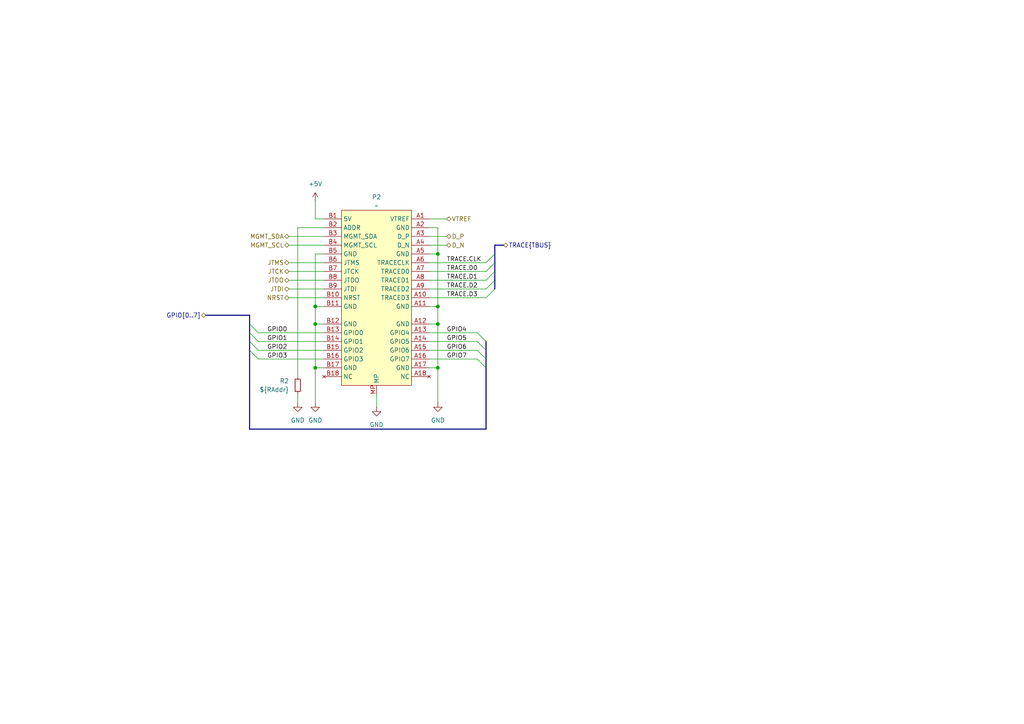
<source format=kicad_sch>
(kicad_sch (version 20250114) (generator "eeschema") (generator_version "9.0")
  (paper "A4")
  (title_block (title "Red Cuttle Back Plane Passive Half Rack 4u1x") (rev "V1.0a") (company "1BitSquared") (comment 1 "(C) 2024 1BitSquared") (comment 2 "(C) 2024 Piotr Esden-Tempski") (comment 3 "License: CC-BY-SA 4.0"))
  (lib_symbols
    (symbol "pkl_device:pkl_R_Small" (pin_numbers (hide yes)) (pin_names (offset 0.254) (hide yes))
      (property "Reference" "R" (at 0.762 0.508 0))
      (property "Value" "pkl_R_Small" (at 0.762 -1.016 0))
      (symbol "pkl_R_Small_0_1"
        (rectangle (start -0.762 1.778) (end 0.762 -1.778) (stroke (width 0.2032)))
      )
      (symbol "pkl_R_Small_1_1"
        (pin passive line (at 0 2.54 270) (length 0.762) (name "~") (number "1"))
        (pin passive line (at 0 -2.54 90) (length 0.762) (name "~") (number "2"))
      )
    )
    (symbol "power:+5V" (power) (pin_numbers (hide yes)) (pin_names (offset 0) (hide yes))
      (property "Value" "+5V" (at 0 3.556 0))
      (symbol "+5V_0_1"
        (polyline (pts (xy -0.762 1.27) (xy 0 2.54)))
        (polyline (pts (xy 0 2.54) (xy 0.762 1.27)))
        (polyline (pts (xy 0 0) (xy 0 2.54)))
      )
      (symbol "+5V_1_1"
        (pin power_in line (at 0 0 90) (length 0) (name "~") (number "1"))
      )
    )
    (symbol "power:GND" (power) (pin_numbers (hide yes)) (pin_names (offset 0) (hide yes))
      (property "Value" "GND" (at 0 -3.81 0))
      (symbol "GND_0_1"
        (polyline (pts (xy 0 0) (xy 0 -1.27) (xy 1.27 -1.27) (xy 0 -2.54) (xy -1.27 -1.27) (xy 0 -1.27)))
      )
      (symbol "GND_1_1"
        (pin power_in line (at 0 0 270) (length 0) (name "~") (number "1"))
      )
    )
    (symbol "red_cuttle:RC_BP_X1"
      (property "Reference" "P" (at -9.652 24.13 0))
      (symbol "RC_BP_X1_1_0"
        (pin passive line (at -15.24 20.32 0) (length 5.08) (name "5V") (number "B1"))
        (pin passive line (at -15.24 17.78 0) (length 5.08) (name "ADDR") (number "B2"))
        (pin passive line (at -15.24 15.24 0) (length 5.08) (name "MGMT_SDA") (number "B3"))
        (pin passive line (at -15.24 12.7 0) (length 5.08) (name "MGMT_SCL") (number "B4"))
        (pin passive line (at -15.24 10.16 0) (length 5.08) (name "GND") (number "B5"))
        (pin passive line (at -15.24 7.62 0) (length 5.08) (name "JTMS") (number "B6"))
        (pin passive line (at -15.24 5.08 0) (length 5.08) (name "JTCK") (number "B7"))
        (pin passive line (at -15.24 2.54 0) (length 5.08) (name "JTDO") (number "B8"))
        (pin passive line (at -15.24 0 0) (length 5.08) (name "JTDI") (number "B9"))
        (pin passive line (at -15.24 -2.54 0) (length 5.08) (name "NRST") (number "B10"))
        (pin passive line (at -15.24 -5.08 0) (length 5.08) (name "GND") (number "B11"))
        (pin passive line (at -15.24 -10.16 0) (length 5.08) (name "GND") (number "B12"))
        (pin passive line (at -15.24 -12.7 0) (length 5.08) (name "GPIO0") (number "B13"))
        (pin passive line (at -15.24 -15.24 0) (length 5.08) (name "GPIO1") (number "B14"))
        (pin passive line (at -15.24 -17.78 0) (length 5.08) (name "GPIO2") (number "B15"))
        (pin passive line (at -15.24 -20.32 0) (length 5.08) (name "GPIO3") (number "B16"))
        (pin passive line (at -15.24 -22.86 0) (length 5.08) (name "GND") (number "B17"))
        (pin no_connect line (at -15.24 -25.4 0) (length 5.08) (name "NC") (number "B18"))
        (pin passive line (at 15.24 20.32 180) (length 5.08) (name "VTREF") (number "A1"))
        (pin passive line (at 15.24 17.78 180) (length 5.08) (name "GND") (number "A2"))
        (pin passive line (at 15.24 15.24 180) (length 5.08) (name "D_P") (number "A3"))
        (pin passive line (at 15.24 12.7 180) (length 5.08) (name "D_N") (number "A4"))
        (pin passive line (at 15.24 10.16 180) (length 5.08) (name "GND") (number "A5"))
        (pin passive line (at 15.24 7.62 180) (length 5.08) (name "TRACECLK") (number "A6"))
        (pin passive line (at 15.24 5.08 180) (length 5.08) (name "TRACED0") (number "A7"))
        (pin passive line (at 15.24 2.54 180) (length 5.08) (name "TRACED1") (number "A8"))
        (pin passive line (at 15.24 0 180) (length 5.08) (name "TRACED2") (number "A9"))
        (pin passive line (at 15.24 -2.54 180) (length 5.08) (name "TRACED3") (number "A10"))
        (pin passive line (at 15.24 -5.08 180) (length 5.08) (name "GND") (number "A11"))
        (pin passive line (at 15.24 -10.16 180) (length 5.08) (name "GND") (number "A12"))
        (pin passive line (at 15.24 -12.7 180) (length 5.08) (name "GPIO4") (number "A13"))
        (pin passive line (at 15.24 -15.24 180) (length 5.08) (name "GPIO5") (number "A14"))
        (pin passive line (at 15.24 -17.78 180) (length 5.08) (name "GPIO6") (number "A15"))
        (pin passive line (at 15.24 -20.32 180) (length 5.08) (name "GPIO7") (number "A16"))
        (pin passive line (at 15.24 -22.86 180) (length 5.08) (name "GND") (number "A17"))
        (pin no_connect line (at 15.24 -25.4 180) (length 5.08) (name "NC") (number "A18"))
      )
      (symbol "RC_BP_X1_1_1"
        (rectangle (start -10.16 22.86) (end 10.16 -27.94) (fill (type background)))
        (pin passive line (at 0 -30.48 90) (length 2.54) (name "MP") (number "MP"))
      )
    )
  )
  (bus_alias "TBUS" (members "CLK" "D[0..3]"))
  (junction (at 91.44 93.98))
  (junction (at 91.44 106.68))
  (junction (at 91.44 88.9))
  (junction (at 127 93.98))
  (junction (at 127 73.66))
  (junction (at 127 106.68))
  (junction (at 127 88.9))
  (bus_entry (at 72.39 93.98) (size 2.54 2.54))
  (bus_entry (at 140.97 99.06) (size -2.54 -2.54))
  (bus_entry (at 143.51 81.28) (size -2.54 2.54))
  (bus_entry (at 74.93 99.06) (size -2.54 -2.54))
  (bus_entry (at 140.97 101.6) (size -2.54 -2.54))
  (bus_entry (at 143.51 83.82) (size -2.54 2.54))
  (bus_entry (at 143.51 78.74) (size -2.54 2.54))
  (bus_entry (at 140.97 106.68) (size -2.54 -2.54))
  (bus_entry (at 140.97 104.14) (size -2.54 -2.54))
  (bus_entry (at 72.39 101.6) (size 2.54 2.54))
  (bus_entry (at 74.93 101.6) (size -2.54 -2.54))
  (bus_entry (at 143.51 76.2) (size -2.54 2.54))
  (bus_entry (at 143.51 73.66) (size -2.54 2.54))
  (wire (pts (xy 124.46 104.14) (xy 138.43 104.14)))
  (wire (pts (xy 83.82 78.74) (xy 93.98 78.74)))
  (wire (pts (xy 83.82 86.36) (xy 93.98 86.36)))
  (wire (pts (xy 124.46 81.28) (xy 140.97 81.28)))
  (wire (pts (xy 124.46 76.2) (xy 140.97 76.2)))
  (bus (pts (xy 146.05 71.12) (xy 143.51 71.12)))
  (wire (pts (xy 86.36 66.04) (xy 86.36 109.22)))
  (wire (pts (xy 93.98 63.5) (xy 91.44 63.5)))
  (bus (pts (xy 143.51 78.74) (xy 143.51 81.28)))
  (wire (pts (xy 109.22 114.3) (xy 109.22 118.11)))
  (wire (pts (xy 91.44 88.9) (xy 91.44 93.98)))
  (bus (pts (xy 143.51 73.66) (xy 143.51 76.2)))
  (wire (pts (xy 124.46 63.5) (xy 129.54 63.5)))
  (wire (pts (xy 83.82 76.2) (xy 93.98 76.2)))
  (bus (pts (xy 140.97 101.6) (xy 140.97 104.14)))
  (wire (pts (xy 86.36 114.3) (xy 86.36 116.84)))
  (wire (pts (xy 86.36 66.04) (xy 93.98 66.04)))
  (wire (pts (xy 127 73.66) (xy 127 88.9)))
  (wire (pts (xy 124.46 86.36) (xy 140.97 86.36)))
  (bus (pts (xy 72.39 96.52) (xy 72.39 99.06)))
  (wire (pts (xy 74.93 96.52) (xy 93.98 96.52)))
  (wire (pts (xy 127 106.68) (xy 127 116.84)))
  (wire (pts (xy 124.46 96.52) (xy 138.43 96.52)))
  (wire (pts (xy 83.82 81.28) (xy 93.98 81.28)))
  (wire (pts (xy 93.98 73.66) (xy 91.44 73.66)))
  (wire (pts (xy 124.46 83.82) (xy 140.97 83.82)))
  (wire (pts (xy 74.93 101.6) (xy 93.98 101.6)))
  (bus (pts (xy 140.97 124.46) (xy 72.39 124.46)))
  (wire (pts (xy 91.44 93.98) (xy 93.98 93.98)))
  (wire (pts (xy 91.44 93.98) (xy 91.44 106.68)))
  (wire (pts (xy 83.82 68.58) (xy 93.98 68.58)))
  (bus (pts (xy 72.39 93.98) (xy 72.39 96.52)))
  (wire (pts (xy 127 66.04) (xy 127 73.66)))
  (wire (pts (xy 124.46 66.04) (xy 127 66.04)))
  (bus (pts (xy 140.97 106.68) (xy 140.97 124.46)))
  (wire (pts (xy 74.93 99.06) (xy 93.98 99.06)))
  (wire (pts (xy 127 88.9) (xy 127 93.98)))
  (wire (pts (xy 124.46 73.66) (xy 127 73.66)))
  (wire (pts (xy 124.46 88.9) (xy 127 88.9)))
  (wire (pts (xy 91.44 106.68) (xy 93.98 106.68)))
  (bus (pts (xy 140.97 104.14) (xy 140.97 106.68)))
  (wire (pts (xy 124.46 99.06) (xy 138.43 99.06)))
  (wire (pts (xy 74.93 104.14) (xy 93.98 104.14)))
  (bus (pts (xy 72.39 93.98) (xy 72.39 91.44)))
  (bus (pts (xy 143.51 81.28) (xy 143.51 83.82)))
  (bus (pts (xy 143.51 76.2) (xy 143.51 78.74)))
  (bus (pts (xy 140.97 99.06) (xy 140.97 101.6)))
  (wire (pts (xy 124.46 93.98) (xy 127 93.98)))
  (wire (pts (xy 124.46 71.12) (xy 129.54 71.12)))
  (wire (pts (xy 91.44 73.66) (xy 91.44 88.9)))
  (wire (pts (xy 124.46 68.58) (xy 129.54 68.58)))
  (bus (pts (xy 72.39 101.6) (xy 72.39 124.46)))
  (wire (pts (xy 83.82 71.12) (xy 93.98 71.12)))
  (bus (pts (xy 143.51 71.12) (xy 143.51 73.66)))
  (wire (pts (xy 91.44 88.9) (xy 93.98 88.9)))
  (bus (pts (xy 72.39 91.44) (xy 59.69 91.44)))
  (wire (pts (xy 124.46 78.74) (xy 140.97 78.74)))
  (wire (pts (xy 91.44 58.42) (xy 91.44 63.5)))
  (wire (pts (xy 127 93.98) (xy 127 106.68)))
  (bus (pts (xy 72.39 99.06) (xy 72.39 101.6)))
  (wire (pts (xy 124.46 101.6) (xy 138.43 101.6)))
  (wire (pts (xy 83.82 83.82) (xy 93.98 83.82)))
  (wire (pts (xy 124.46 106.68) (xy 127 106.68)))
  (wire (pts (xy 91.44 106.68) (xy 91.44 116.84)))
  (label "GPIO4" (at 129.54 96.52 0))
  (label "GPIO5" (at 129.54 99.06 0))
  (label "TRACE.D2" (at 129.54 83.82 0))
  (label "GPIO2" (at 77.47 101.6 0))
  (label "TRACE.D0" (at 129.54 78.74 0))
  (label "GPIO1" (at 77.47 99.06 0))
  (label "TRACE.D3" (at 129.54 86.36 0))
  (label "GPIO0" (at 77.47 96.52 0))
  (label "GPIO6" (at 129.54 101.6 0))
  (label "GPIO3" (at 77.47 104.14 0))
  (label "TRACE.D1" (at 129.54 81.28 0))
  (label "TRACE.CLK" (at 129.54 76.2 0))
  (label "GPIO7" (at 129.54 104.14 0))
  (hierarchical_label "GPIO[0..7]" (shape bidirectional) (at 59.69 91.44 180))
  (hierarchical_label "D_N" (shape bidirectional) (at 129.54 71.12 0))
  (hierarchical_label "JTDI" (shape bidirectional) (at 83.82 83.82 180))
  (hierarchical_label "MGMT_SDA" (shape bidirectional) (at 83.82 68.58 180))
  (hierarchical_label "VTREF" (shape bidirectional) (at 129.54 63.5 0))
  (hierarchical_label "JTCK" (shape bidirectional) (at 83.82 78.74 180))
  (hierarchical_label "JTMS" (shape bidirectional) (at 83.82 76.2 180))
  (hierarchical_label "TRACE{TBUS}" (shape bidirectional) (at 146.05 71.12 0))
  (hierarchical_label "JTDO" (shape bidirectional) (at 83.82 81.28 180))
  (hierarchical_label "MGMT_SCL" (shape bidirectional) (at 83.82 71.12 180))
  (hierarchical_label "NRST" (shape bidirectional) (at 83.82 86.36 180))
  (hierarchical_label "D_P" (shape bidirectional) (at 129.54 68.58 0))
  (symbol (lib_id "red_cuttle:RC_BP_X1") (at 109.22 83.82 0) (unit 1)
    (property "Reference" "P1" (at 109.22 57.15 0))
    (property "Value" "~" (at 109.22 59.69 0))
    (property "Footprint" "pkl_connectors:XDMP-052-0360" (effects (hide yes)))
    (property "Datasheet" "https://www.lcsc.com/datasheet/lcsc_datasheet_2405211013_XKB-Connection-X1618WVS-36-9TV15_C21263102.pdf" (effects (hide yes)))
    (property "Description" "Just pure pin numbering symbol for PCIe 1X connector" (effects (hide yes)))
    (property "MFN" "X1618WVS-36-9TV15" (effects (hide yes)))
    (property "Manufacturer" "XKB Connection" (effects (hide yes)))
    (instances (project "testrack_backplane_passive_5u" (path "" (reference "P2") (unit 1)) (path "" (reference "P7") (unit 1)) (path "" (reference "P8") (unit 1)) (path "" (reference "P6") (unit 1)) (path "" (reference "P3") (unit 1)) (path "" (reference "P9") (unit 1)) (path "" (reference "P1") (unit 1)) (path "" (reference "P4") (unit 1)) (path "" (reference "P5") (unit 1))))
  )
  (symbol (lib_id "power:GND") (at 91.44 116.84 0) (unit 1)
    (property "Reference" "#PWR035" (effects (hide yes)))
    (property "Value" "GND" (at 91.44 121.92 0))
    (property "Description" "Power symbol creates a global label with name \"GND\" , ground" (effects (hide yes)))
    (instances (project "testrack_backplane_passive_5u" (path "" (reference "#PWR07") (unit 1)) (path "" (reference "#PWR031") (unit 1)) (path "" (reference "#PWR0102") (unit 1)) (path "" (reference "#PWR027") (unit 1)) (path "" (reference "#PWR015") (unit 1)) (path "" (reference "#PWR0105") (unit 1)) (path "" (reference "#PWR035") (unit 1)) (path "" (reference "#PWR019") (unit 1)) (path "" (reference "#PWR023") (unit 1))))
  )
  (symbol (lib_id "power:+5V") (at 91.44 58.42 0) (unit 1)
    (property "Reference" "#PWR034" (effects (hide yes)))
    (property "Value" "+5V" (at 91.44 53.34 0))
    (property "Description" "Power symbol creates a global label with name \"+5V\"" (effects (hide yes)))
    (instances (project "testrack_backplane_passive_5u" (path "" (reference "#PWR06") (unit 1)) (path "" (reference "#PWR030") (unit 1)) (path "" (reference "#PWR0103") (unit 1)) (path "" (reference "#PWR026") (unit 1)) (path "" (reference "#PWR014") (unit 1)) (path "" (reference "#PWR0104") (unit 1)) (path "" (reference "#PWR034") (unit 1)) (path "" (reference "#PWR018") (unit 1)) (path "" (reference "#PWR022") (unit 1))))
  )
  (symbol (lib_id "power:GND") (at 86.36 116.84 0) (unit 1)
    (property "Reference" "#PWR04" (effects (hide yes)))
    (property "Value" "GND" (at 86.36 121.92 0))
    (property "Description" "Power symbol creates a global label with name \"GND\" , ground" (effects (hide yes)))
    (instances (project "testrack_backplane_passive_5u" (path "" (reference "#PWR05") (unit 1)) (path "" (reference "#PWR029") (unit 1)) (path "" (reference "#PWR033") (unit 1)) (path "" (reference "#PWR025") (unit 1)) (path "" (reference "#PWR013") (unit 1)) (path "" (reference "#PWR041") (unit 1)) (path "" (reference "#PWR04") (unit 1)) (path "" (reference "#PWR017") (unit 1)) (path "" (reference "#PWR021") (unit 1))))
  )
  (symbol (lib_id "pkl_device:pkl_R_Small") (at 86.36 111.76 0) (unit 1)
    (property "Reference" "R1" (at 83.82 110.4899 0) (effects (justify right)))
    (property "Value" "${RAddr}" (at 83.82 113.0299 0) (effects (justify right)))
    (property "Footprint" "pkl_dipol:R_0402" (effects (hide yes)))
    (property "Description" "Resistor" (effects (hide yes)))
    (instances (project "testrack_backplane_passive_5u" (path "" (reference "R2") (unit 1)) (path "" (reference "R8") (unit 1)) (path "" (reference "R9") (unit 1)) (path "" (reference "R7") (unit 1)) (path "" (reference "R4") (unit 1)) (path "" (reference "R10") (unit 1)) (path "" (reference "R1") (unit 1)) (path "" (reference "R5") (unit 1)) (path "" (reference "R6") (unit 1))))
  )
  (symbol (lib_id "power:GND") (at 109.22 118.11 0) (unit 1)
    (property "Reference" "#PWR09" (effects (hide yes)))
    (property "Value" "GND" (at 109.22 123.19 0))
    (property "Description" "Power symbol creates a global label with name \"GND\" , ground" (effects (hide yes)))
    (instances (project "testrack_backplane_passive_5u" (path "" (reference "#PWR010") (unit 1)) (path "" (reference "#PWR039") (unit 1)) (path "" (reference "#PWR040") (unit 1)) (path "" (reference "#PWR038") (unit 1)) (path "" (reference "#PWR011") (unit 1)) (path "" (reference "#PWR042") (unit 1)) (path "" (reference "#PWR09") (unit 1)) (path "" (reference "#PWR012") (unit 1)) (path "" (reference "#PWR037") (unit 1))))
  )
  (symbol (lib_id "power:GND") (at 127 116.84 0) (unit 1)
    (property "Reference" "#PWR036" (effects (hide yes)))
    (property "Value" "GND" (at 127 121.92 0))
    (property "Description" "Power symbol creates a global label with name \"GND\" , ground" (effects (hide yes)))
    (instances (project "testrack_backplane_passive_5u" (path "" (reference "#PWR08") (unit 1)) (path "" (reference "#PWR032") (unit 1)) (path "" (reference "#PWR0101") (unit 1)) (path "" (reference "#PWR028") (unit 1)) (path "" (reference "#PWR016") (unit 1)) (path "" (reference "#PWR0106") (unit 1)) (path "" (reference "#PWR036") (unit 1)) (path "" (reference "#PWR020") (unit 1)) (path "" (reference "#PWR024") (unit 1))))
  )
)
</source>
